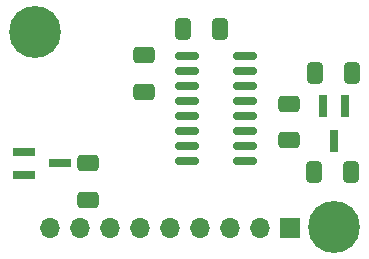
<source format=gbr>
%TF.GenerationSoftware,KiCad,Pcbnew,8.0.0~rc2-1e5b68cb87~176~ubuntu22.04.1*%
%TF.CreationDate,2024-02-07T10:24:23+05:30*%
%TF.ProjectId,BoB,426f422e-6b69-4636-9164-5f7063625858,rev?*%
%TF.SameCoordinates,Original*%
%TF.FileFunction,Soldermask,Top*%
%TF.FilePolarity,Negative*%
%FSLAX46Y46*%
G04 Gerber Fmt 4.6, Leading zero omitted, Abs format (unit mm)*
G04 Created by KiCad (PCBNEW 8.0.0~rc2-1e5b68cb87~176~ubuntu22.04.1) date 2024-02-07 10:24:23*
%MOMM*%
%LPD*%
G01*
G04 APERTURE LIST*
G04 Aperture macros list*
%AMRoundRect*
0 Rectangle with rounded corners*
0 $1 Rounding radius*
0 $2 $3 $4 $5 $6 $7 $8 $9 X,Y pos of 4 corners*
0 Add a 4 corners polygon primitive as box body*
4,1,4,$2,$3,$4,$5,$6,$7,$8,$9,$2,$3,0*
0 Add four circle primitives for the rounded corners*
1,1,$1+$1,$2,$3*
1,1,$1+$1,$4,$5*
1,1,$1+$1,$6,$7*
1,1,$1+$1,$8,$9*
0 Add four rect primitives between the rounded corners*
20,1,$1+$1,$2,$3,$4,$5,0*
20,1,$1+$1,$4,$5,$6,$7,0*
20,1,$1+$1,$6,$7,$8,$9,0*
20,1,$1+$1,$8,$9,$2,$3,0*%
G04 Aperture macros list end*
%ADD10RoundRect,0.250000X-0.650000X0.412500X-0.650000X-0.412500X0.650000X-0.412500X0.650000X0.412500X0*%
%ADD11RoundRect,0.250000X0.412500X0.650000X-0.412500X0.650000X-0.412500X-0.650000X0.412500X-0.650000X0*%
%ADD12C,0.700000*%
%ADD13C,4.400000*%
%ADD14RoundRect,0.250000X0.650000X-0.412500X0.650000X0.412500X-0.650000X0.412500X-0.650000X-0.412500X0*%
%ADD15RoundRect,0.250000X-0.412500X-0.650000X0.412500X-0.650000X0.412500X0.650000X-0.412500X0.650000X0*%
%ADD16R,0.800000X1.900000*%
%ADD17R,1.700000X1.700000*%
%ADD18O,1.700000X1.700000*%
%ADD19R,1.900000X0.800000*%
%ADD20RoundRect,0.150000X-0.825000X-0.150000X0.825000X-0.150000X0.825000X0.150000X-0.825000X0.150000X0*%
G04 APERTURE END LIST*
D10*
%TO.C,C3*%
X81026000Y-65457500D03*
X81026000Y-68582500D03*
%TD*%
D11*
%TO.C,C1*%
X75192500Y-59120000D03*
X72067500Y-59120000D03*
%TD*%
D12*
%TO.C,H2*%
X86531100Y-75898600D03*
X86047826Y-77065326D03*
X86047826Y-74731874D03*
X84881100Y-77548600D03*
D13*
X84881100Y-75898600D03*
D12*
X84881100Y-74248600D03*
X83714374Y-77065326D03*
X83714374Y-74731874D03*
X83231100Y-75898600D03*
%TD*%
D14*
%TO.C,C13*%
X64008000Y-73660000D03*
X64008000Y-70535000D03*
%TD*%
D12*
%TO.C,H1*%
X61160000Y-59380000D03*
X60676726Y-60546726D03*
X60676726Y-58213274D03*
X59510000Y-61030000D03*
D13*
X59510000Y-59380000D03*
D12*
X59510000Y-57730000D03*
X58343274Y-60546726D03*
X58343274Y-58213274D03*
X57860000Y-59380000D03*
%TD*%
D15*
%TO.C,C4*%
X83235000Y-62900000D03*
X86360000Y-62900000D03*
%TD*%
D16*
%TO.C,U2*%
X85786000Y-65670000D03*
X83886000Y-65670000D03*
X84836000Y-68670000D03*
%TD*%
D17*
%TO.C,JP1*%
X81090000Y-76010000D03*
D18*
X78550000Y-76010000D03*
X76010000Y-76010000D03*
X73470000Y-76010000D03*
X70930000Y-76010000D03*
X68390000Y-76010000D03*
X65850000Y-76010000D03*
X63310000Y-76010000D03*
X60770000Y-76010000D03*
%TD*%
D19*
%TO.C,D1*%
X58612500Y-69580000D03*
X58612500Y-71480000D03*
X61612500Y-70530000D03*
%TD*%
D15*
%TO.C,C5*%
X83187500Y-71250000D03*
X86312500Y-71250000D03*
%TD*%
D14*
%TO.C,C2*%
X68760000Y-64515000D03*
X68760000Y-61390000D03*
%TD*%
D20*
%TO.C,U1*%
X72390700Y-61410000D03*
X72390700Y-62680000D03*
X72390700Y-63950000D03*
X72390700Y-65220000D03*
X72390700Y-66490000D03*
X72390700Y-67760000D03*
X72390700Y-69030000D03*
X72390700Y-70300000D03*
X77340700Y-70300000D03*
X77340700Y-69030000D03*
X77340700Y-67760000D03*
X77340700Y-66490000D03*
X77340700Y-65220000D03*
X77340700Y-63950000D03*
X77340700Y-62680000D03*
X77340700Y-61410000D03*
%TD*%
M02*

</source>
